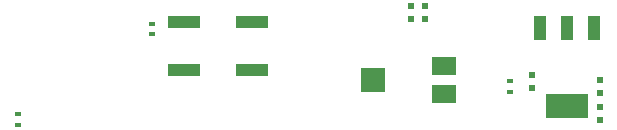
<source format=gbr>
G04 #@! TF.GenerationSoftware,KiCad,Pcbnew,(2016-12-18 revision 3ffa37c)-master*
G04 #@! TF.CreationDate,2017-03-25T20:52:01-07:00*
G04 #@! TF.ProjectId,Pensel,50656E73656C2E6B696361645F706362,rev?*
G04 #@! TF.FileFunction,Paste,Bot*
G04 #@! TF.FilePolarity,Positive*
%FSLAX46Y46*%
G04 Gerber Fmt 4.6, Leading zero omitted, Abs format (unit mm)*
G04 Created by KiCad (PCBNEW (2016-12-18 revision 3ffa37c)-master) date Saturday, March 25, 2017 'PMt' 08:52:01 PM*
%MOMM*%
%LPD*%
G01*
G04 APERTURE LIST*
%ADD10C,0.100000*%
%ADD11R,0.500000X0.600000*%
%ADD12R,2.000000X2.000000*%
%ADD13R,2.000000X1.600000*%
%ADD14R,3.657600X2.032000*%
%ADD15R,1.016000X2.032000*%
%ADD16R,2.750000X1.000000*%
%ADD17R,0.600000X0.400000*%
G04 APERTURE END LIST*
D10*
D11*
X106000000Y-146350000D03*
X106000000Y-147450000D03*
D12*
X86800000Y-146400000D03*
D13*
X92800000Y-145225000D03*
X92800000Y-147575000D03*
D14*
X103250000Y-148552000D03*
D15*
X103250000Y-141948000D03*
X105536000Y-141948000D03*
X100964000Y-141948000D03*
D16*
X70825000Y-145500000D03*
X76575000Y-145500000D03*
X76575000Y-141500000D03*
X70825000Y-141500000D03*
D11*
X91200000Y-140150000D03*
X91200000Y-141250000D03*
X90000000Y-140150000D03*
X90000000Y-141250000D03*
X100250000Y-145950000D03*
X100250000Y-147050000D03*
X106000000Y-148700000D03*
X106000000Y-149800000D03*
D17*
X68100000Y-142500000D03*
X68100000Y-141600000D03*
X56750000Y-150150000D03*
X56750000Y-149250000D03*
X98350000Y-147400000D03*
X98350000Y-146500000D03*
M02*

</source>
